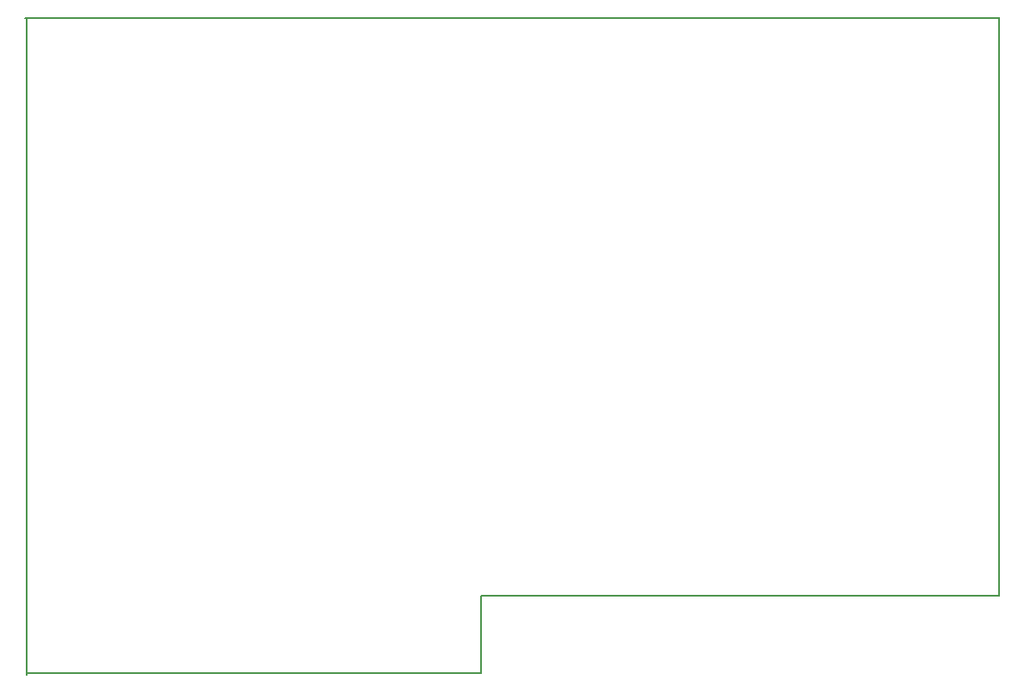
<source format=gm1>
G04 #@! TF.GenerationSoftware,KiCad,Pcbnew,5.0.2+dfsg1-1*
G04 #@! TF.CreationDate,2019-04-19T11:15:25+12:00*
G04 #@! TF.ProjectId,esp_sens,6573705f-7365-46e7-932e-6b696361645f,rev?*
G04 #@! TF.SameCoordinates,Original*
G04 #@! TF.FileFunction,Profile,NP*
%FSLAX46Y46*%
G04 Gerber Fmt 4.6, Leading zero omitted, Abs format (unit mm)*
G04 Created by KiCad (PCBNEW 5.0.2+dfsg1-1) date Fri 19 Apr 2019 11:15:25 NZST*
%MOMM*%
%LPD*%
G01*
G04 APERTURE LIST*
%ADD10C,0.150000*%
G04 APERTURE END LIST*
D10*
X201231500Y-46990000D02*
X203136500Y-46990000D01*
X154305000Y-103822500D02*
X152209500Y-103822500D01*
X154209500Y-103822500D02*
X203231500Y-103822500D01*
X152209500Y-111506000D02*
X152209500Y-103822500D01*
X107505500Y-111633000D02*
X107505500Y-46990000D01*
X152273000Y-111506000D02*
X107569000Y-111506000D01*
X203168000Y-46863000D02*
X203168000Y-103886000D01*
X107378500Y-46990000D02*
X201231500Y-46990000D01*
M02*

</source>
